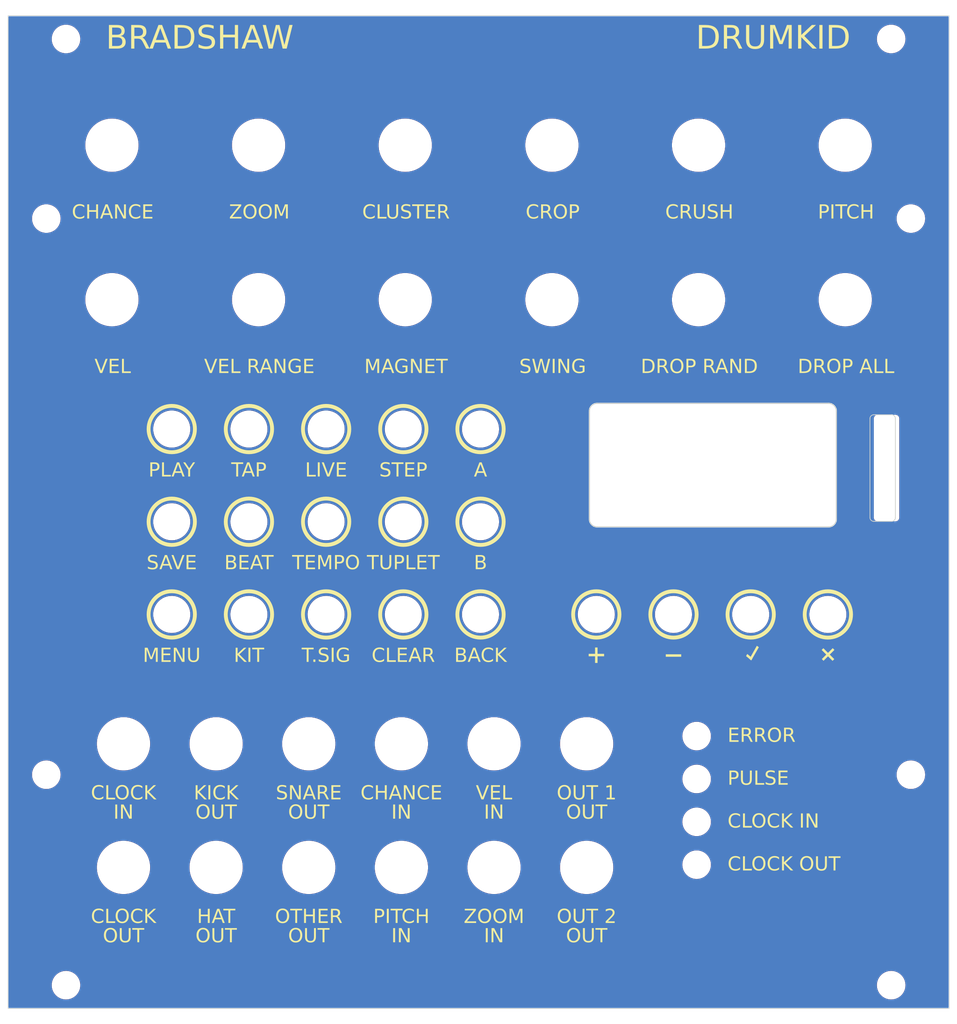
<source format=kicad_pcb>
(kicad_pcb (version 20221018) (generator pcbnew)
  (layers (0 "F.Cu" signal) (31 "B.Cu" signal) (34 "B.Paste" user) (35 "F.Paste" user) (36 "B.SilkS" user "B.Silkscreen") (37 "F.SilkS" user "F.Silkscreen") (38 "B.Mask" user) (39 "F.Mask" user) (44 "Edge.Cuts" user))
  (net 0 "")
  (footprint "Panel:Button_Hole" (layer "F.Cu") (at 105.25 99.25)
    (fp_text reference "H37")
    (fp_text value "-")
    (fp_circle (center 0 0) (end 3 0) (stroke (width 0.5)) (fill none) (layer "F.SilkS"))
    (pad "" np_thru_hole circle (at 0 0) (size 4.3 4.3) (drill 4.3) (layers "*.Cu" "*.Mask"))
  )
  (footprint "Panel:MountingHole_3.2mm_M3" (layer "F.Cu") (at 133.45 147.25)
    (fp_text reference "H4")
    (fp_text value "RAIL")
    (pad "" np_thru_hole circle (at 0 0) (size 3.2 3.2) (drill 3.2) (layers "*.Cu" "*.Mask"))
  )
  (footprint "Panel:Output_Jack_Hole" (layer "F.Cu") (at 94 116)
    (fp_text reference "H14")
    (fp_text value "OUT 1")
    (fp_text user "${VALUE}" (at 0 7.5 unlocked) (layer "F.SilkS") (effects (font (size 1.8 1.8)) (justify bottom)))
    (fp_text user "OUT" (at 0 10 unlocked) (layer "F.SilkS") (effects (font (size 1.8 1.8)) (justify bottom)))
    (pad "" np_thru_hole circle (at 0 0) (size 6.4 6.4) (drill 6.4) (layers "*.Cu" "*.Mask"))
  )
  (footprint "Panel:Button_Hole" (layer "F.Cu") (at 80.25 99.25)
    (fp_text reference "H35")
    (fp_text value "BACK")
    (fp_text user "${VALUE}" (at 0 6.45 unlocked) (layer "F.SilkS") (effects (font (size 1.8 1.8)) (justify bottom)))
    (fp_circle (center 0 0) (end 3 0) (stroke (width 0.5)) (fill none) (layer "F.SilkS"))
    (pad "" np_thru_hole circle (at 0 0) (size 4.3 4.3) (drill 4.3) (layers "*.Cu" "*.Mask"))
  )
  (footprint "Panel:Pot_Hole" (layer "F.Cu") (at 127.5 38.5)
    (fp_text reference "H45")
    (fp_text value "PITCH")
    (fp_text user "${VALUE}" (at 0.1 9.8 unlocked) (layer "F.SilkS") (effects (font (size 1.8 1.8)) (justify bottom)))
    (pad "" np_thru_hole circle (at 0 0) (size 6.4 6.4) (drill 6.4) (layers "*.Cu" "*.Mask"))
  )
  (footprint "Panel:Pot_Hole" (layer "F.Cu") (at 51.5 38.5)
    (fp_text reference "H41")
    (fp_text value "ZOOM")
    (fp_text user "${VALUE}" (at 0.1 9.8 unlocked) (layer "F.SilkS") (effects (font (size 1.8 1.8)) (justify bottom)))
    (pad "" np_thru_hole circle (at 0 0) (size 6.4 6.4) (drill 6.4) (layers "*.Cu" "*.Mask"))
  )
  (footprint "Panel:Input_Jack_Hole" (layer "F.Cu") (at 70 116)
    (fp_text reference "H12")
    (fp_text value "CHANCE")
    (fp_text user "${VALUE}" (at 0 7.5 unlocked) (layer "F.SilkS") (effects (font (size 1.8 1.8)) (justify bottom)))
    (fp_text user "IN" (at 0 10 unlocked) (layer "F.SilkS") (effects (font (size 1.8 1.8)) (justify bottom)))
    (pad "" np_thru_hole circle (at 0 0) (size 6.4 6.4) (drill 6.4) (layers "*.Cu" "*.Mask"))
  )
  (footprint "Panel:Output_Jack_Hole" (layer "F.Cu") (at 94 132)
    (fp_text reference "H20")
    (fp_text value "OUT 2")
    (fp_text user "${VALUE}" (at 0 7.5 unlocked) (layer "F.SilkS") (effects (font (size 1.8 1.8)) (justify bottom)))
    (fp_text user "OUT" (at 0 10 unlocked) (layer "F.SilkS") (effects (font (size 1.8 1.8)) (justify bottom)))
    (pad "" np_thru_hole circle (at 0 0) (size 6.4 6.4) (drill 6.4) (layers "*.Cu" "*.Mask"))
  )
  (footprint "Panel:Output_Jack_Hole" (layer "F.Cu") (at 46 132)
    (fp_text reference "H16")
    (fp_text value "HAT")
    (fp_text user "OUT" (at 0 10 unlocked) (layer "F.SilkS") (effects (font (size 1.8 1.8)) (justify bottom)))
    (fp_text user "${VALUE}" (at 0 7.5 unlocked) (layer "F.SilkS") (effects (font (size 1.8 1.8)) (justify bottom)))
    (pad "" np_thru_hole circle (at 0 0) (size 6.4 6.4) (drill 6.4) (layers "*.Cu" "*.Mask"))
  )
  (footprint "Panel:Button_Hole" (layer "F.Cu") (at 60.25 75.25)
    (fp_text reference "H23")
    (fp_text value "LIVE")
    (fp_text user "${VALUE}" (at 0 6.45 unlocked) (layer "F.SilkS") (effects (font (size 1.8 1.8)) (justify bottom)))
    (fp_circle (center 0 0) (end 3 0) (stroke (width 0.5)) (fill none) (layer "F.SilkS"))
    (pad "" np_thru_hole circle (at 0 0) (size 4.3 4.3) (drill 4.3) (layers "*.Cu" "*.Mask"))
  )
  (footprint "Panel:MountingHole_3.2mm_M3" (layer "F.Cu") (at 136 48)
    (fp_text reference "H6")
    (fp_text value "STANDOFF")
    (pad "" np_thru_hole circle (at 0 0) (size 3.2 3.2) (drill 3.2) (layers "*.Cu" "*.Mask"))
  )
  (footprint "Panel:Input_Jack_Hole" (layer "F.Cu") (at 70 132)
    (fp_text reference "H18")
    (fp_text value "PITCH")
    (fp_text user "IN" (at 0 10 unlocked) (layer "F.SilkS") (effects (font (size 1.8 1.8)) (justify bottom)))
    (fp_text user "${VALUE}" (at 0 7.5 unlocked) (layer "F.SilkS") (effects (font (size 1.8 1.8)) (justify bottom)))
    (pad "" np_thru_hole circle (at 0 0) (size 6.4 6.4) (drill 6.4) (layers "*.Cu" "*.Mask"))
  )
  (footprint "Panel:Pot_Hole" (layer "F.Cu") (at 70.5 38.5)
    (fp_text reference "H42")
    (fp_text value "CLUSTER")
    (fp_text user "${VALUE}" (at 0.1 9.8 unlocked) (layer "F.SilkS") (effects (font (size 1.8 1.8)) (justify bottom)))
    (pad "" np_thru_hole circle (at 0 0) (size 6.4 6.4) (drill 6.4) (layers "*.Cu" "*.Mask"))
  )
  (footprint "Panel:LED_Hole" (layer "F.Cu") (at 108.25 126.1)
    (fp_text reference "H54")
    (fp_text value "CLOCK IN")
    (fp_text user "${VALUE}" (at 4 0 unlocked) (layer "F.SilkS") (effects (font (size 1.8 1.8)) (justify left)))
    (pad "" np_thru_hole circle (at 0 0) (size 3.2 3.2) (drill 3.2) (layers "*.Cu" "*.Mask"))
  )
  (footprint "Panel:LED_Hole" (layer "F.Cu") (at 108.25 115)
    (fp_text reference "H52")
    (fp_text value "ERROR")
    (fp_text user "${VALUE}" (at 4 0 unlocked) (layer "F.SilkS") (effects (font (size 1.8 1.8)) (justify left)))
    (pad "" np_thru_hole circle (at 0 0) (size 3.2 3.2) (drill 3.2) (layers "*.Cu" "*.Mask"))
  )
  (footprint "Panel:Input_Jack_Hole" (layer "F.Cu") (at 34 116)
    (fp_text reference "H9")
    (fp_text value "CLOCK")
    (fp_text user "IN" (at 0 10 unlocked) (layer "F.SilkS") (effects (font (size 1.8 1.8)) (justify bottom)))
    (fp_text user "${VALUE}" (at 0 7.5 unlocked) (layer "F.SilkS") (effects (font (size 1.8 1.8)) (justify bottom)))
    (pad "" np_thru_hole circle (at 0 0) (size 6.4 6.4) (drill 6.4) (layers "*.Cu" "*.Mask"))
  )
  (footprint "Panel:Button_Hole" (layer "F.Cu") (at 125.25 99.25)
    (fp_text reference "H39")
    (fp_text value "X")
    (fp_circle (center 0 0) (end 3 0) (stroke (width 0.5)) (fill none) (layer "F.SilkS"))
    (pad "" np_thru_hole circle (at 0 0) (size 4.3 4.3) (drill 4.3) (layers "*.Cu" "*.Mask"))
  )
  (footprint "Panel:Output_Jack_Hole" (layer "F.Cu") (at 58 132)
    (fp_text reference "H17")
    (fp_text value "OTHER")
    (fp_text user "${VALUE}" (at 0 7.5 unlocked) (layer "F.SilkS") (effects (font (size 1.8 1.8)) (justify bottom)))
    (fp_text user "OUT" (at 0 10 unlocked) (layer "F.SilkS") (effects (font (size 1.8 1.8)) (justify bottom)))
    (pad "" np_thru_hole circle (at 0 0) (size 6.4 6.4) (drill 6.4) (layers "*.Cu" "*.Mask"))
  )
  (footprint "Panel:Pot_Hole" (layer "F.Cu") (at 32.5 58.5)
    (fp_text reference "H46")
    (fp_text value "VEL")
    (fp_text user "${VALUE}" (at 0.1 9.8 unlocked) (layer "F.SilkS") (effects (font (size 1.8 1.8)) (justify bottom)))
    (pad "" np_thru_hole circle (at 0 0) (size 6.4 6.4) (drill 6.4) (layers "*.Cu" "*.Mask"))
  )
  (footprint "Panel:Pot_Hole" (layer "F.Cu") (at 51.5 58.5)
    (fp_text reference "H47")
    (fp_text value "VEL RANGE")
    (fp_text user "${VALUE}" (at 0.1 9.8 unlocked) (layer "F.SilkS") (effects (font (size 1.8 1.8)) (justify bottom)))
    (pad "" np_thru_hole circle (at 0 0) (size 6.4 6.4) (drill 6.4) (layers "*.Cu" "*.Mask"))
  )
  (footprint "Panel:MountingHole_3.2mm_M3" (layer "F.Cu") (at 26.55 147.25)
    (fp_text reference "H3")
    (fp_text value "RAIL")
    (pad "" np_thru_hole circle (at 0 0) (size 3.2 3.2) (drill 3.2) (layers "*.Cu" "*.Mask"))
  )
  (footprint "Panel:Output_Jack_Hole" (layer "F.Cu") (at 58 116)
    (fp_text reference "H11")
    (fp_text value "SNARE")
    (fp_text user "${VALUE}" (at 0 7.5 unlocked) (layer "F.SilkS") (effects (font (size 1.8 1.8)) (justify bottom)))
    (fp_text user "OUT" (at 0 10 unlocked) (layer "F.SilkS") (effects (font (size 1.8 1.8)) (justify bottom)))
    (pad "" np_thru_hole circle (at 0 0) (size 6.4 6.4) (drill 6.4) (layers "*.Cu" "*.Mask"))
  )
  (footprint "Panel:Button_Hole" (layer "F.Cu") (at 115.25 99.25)
    (fp_text reference "H38")
    (fp_text value "YES")
    (fp_circle (center 0 0) (end 3 0) (stroke (width 0.5)) (fill none) (layer "F.SilkS"))
    (pad "" np_thru_hole circle (at 0 0) (size 4.3 4.3) (drill 4.3) (layers "*.Cu" "*.Mask"))
  )
  (footprint "Panel:Button_Hole" (layer "F.Cu") (at 60.25 99.25)
    (fp_text reference "H33")
    (fp_text value "T.SIG")
    (fp_text user "${VALUE}" (at 0 6.45 unlocked) (layer "F.SilkS") (effects (font (size 1.8 1.8)) (justify bottom)))
    (fp_circle (center 0 0) (end 3 0) (stroke (width 0.5)) (fill none) (layer "F.SilkS"))
    (pad "" np_thru_hole circle (at 0 0) (size 4.3 4.3) (drill 4.3) (layers "*.Cu" "*.Mask"))
  )
  (footprint "Panel:Input_Jack_Hole" (layer "F.Cu") (at 82 132)
    (fp_text reference "H19")
    (fp_text value "ZOOM")
    (fp_text user "IN" (at 0 10 unlocked) (layer "F.SilkS") (effects (font (size 1.8 1.8)) (justify bottom)))
    (fp_text user "${VALUE}" (at 0 7.5 unlocked) (layer "F.SilkS") (effects (font (size 1.8 1.8)) (justify bottom)))
    (pad "" np_thru_hole circle (at 0 0) (size 6.4 6.4) (drill 6.4) (layers "*.Cu" "*.Mask"))
  )
  (footprint "Panel:Button_Hole" (layer "F.Cu") (at 40.25 99.25)
    (fp_text reference "H31")
    (fp_text value "MENU")
    (fp_text user "${VALUE}" (at 0 6.45 unlocked) (layer "F.SilkS") (effects (font (size 1.8 1.8)) (justify bottom)))
    (fp_circle (center 0 0) (end 3 0) (stroke (width 0.5)) (fill none) (layer "F.SilkS"))
    (pad "" np_thru_hole circle (at 0 0) (size 4.3 4.3) (drill 4.3) (layers "*.Cu" "*.Mask"))
  )
  (footprint "Panel:MountingHole_3.2mm_M3" (layer "F.Cu") (at 24 48)
    (fp_text reference "H5")
    (fp_text value "STANDOFF")
    (pad "" np_thru_hole circle (at 0 0) (size 3.2 3.2) (drill 3.2) (layers "*.Cu" "*.Mask"))
  )
  (footprint "Panel:Output_Jack_Hole" (layer "F.Cu") (at 34 132)
    (fp_text reference "H15")
    (fp_text value "CLOCK")
    (fp_text user "OUT" (at 0 10 unlocked) (layer "F.SilkS") (effects (font (size 1.8 1.8)) (justify bottom)))
    (fp_text user "${VALUE}" (at 0 7.5 unlocked) (layer "F.SilkS") (effects (font (size 1.8 1.8)) (justify bottom)))
    (pad "" np_thru_hole circle (at 0 0) (size 6.4 6.4) (drill 6.4) (layers "*.Cu" "*.Mask"))
  )
  (footprint "Panel:Button_Hole" (layer "F.Cu") (at 70.25 75.25)
    (fp_text reference "H24")
    (fp_text value "STEP")
    (fp_text user "${VALUE}" (at 0 6.45 unlocked) (layer "F.SilkS") (effects (font (size 1.8 1.8)) (justify bottom)))
    (fp_circle (center 0 0) (end 3 0) (stroke (width 0.5)) (fill none) (layer "F.SilkS"))
    (pad "" np_thru_hole circle (at 0 0) (size 4.3 4.3) (drill 4.3) (layers "*.Cu" "*.Mask"))
  )
  (footprint "Panel:Pot_Hole" (layer "F.Cu") (at 70.5 58.5)
    (fp_text reference "H48")
    (fp_text value "MAGNET")
    (fp_text user "${VALUE}" (at 0.1 9.8 unlocked) (layer "F.SilkS") (effects (font (size 1.8 1.8)) (justify bottom)))
    (pad "" np_thru_hole circle (at 0 0) (size 6.4 6.4) (drill 6.4) (layers "*.Cu" "*.Mask"))
  )
  (footprint "Panel:Pot_Hole" (layer "F.Cu") (at 32.5 38.5)
    (fp_text reference "H40")
    (fp_text value "CHANCE")
    (fp_text user "${VALUE}" (at 0.1 9.8 unlocked) (layer "F.SilkS") (effects (font (size 1.8 1.8)) (justify bottom)))
    (pad "" np_thru_hole circle (at 0 0) (size 6.4 6.4) (drill 6.4) (layers "*.Cu" "*.Mask"))
  )
  (footprint "Panel:MountingHole_3.2mm_M3" (layer "F.Cu") (at 24 120)
    (fp_text reference "H7")
    (fp_text value "STANDOFF")
    (pad "" np_thru_hole circle (at 0 0) (size 3.2 3.2) (drill 3.2) (layers "*.Cu" "*.Mask"))
  )
  (footprint "Panel:Button_Hole" (layer "F.Cu") (at 70.25 99.25)
    (fp_text reference "H34")
    (fp_text value "CLEAR")
    (fp_text user "${VALUE}" (at 0 6.45 unlocked) (layer "F.SilkS") (effects (font (size 1.8 1.8)) (justify bottom)))
    (fp_circle (center 0 0) (end 3 0) (stroke (width 0.5)) (fill none) (layer "F.SilkS"))
    (pad "" np_thru_hole circle (at 0 0) (size 4.3 4.3) (drill 4.3) (layers "*.Cu" "*.Mask"))
  )
  (footprint "Panel:Button_Hole" (layer "F.Cu") (at 60.25 87.25)
    (fp_text reference "H28")
    (fp_text value "TEMPO")
    (fp_text user "${VALUE}" (at 0 6.45 unlocked) (layer "F.SilkS") (effects (font (size 1.8 1.8)) (justify bottom)))
    (fp_circle (center 0 0) (end 3 0) (stroke (width 0.5)) (fill none) (layer "F.SilkS"))
    (pad "" np_thru_hole circle (at 0 0) (size 4.3 4.3) (drill 4.3) (layers "*.Cu" "*.Mask"))
  )
  (footprint "Panel:MountingHole_3.2mm_M3" (layer "F.Cu") (at 133.45 24.75)
    (fp_text reference "H2")
    (fp_text value "RAIL")
    (pad "" np_thru_hole circle (at 0 0) (size 3.2 3.2) (drill 3.2) (layers "*.Cu" "*.Mask"))
  )
  (footprint "Panel:Pot_Hole" (layer "F.Cu") (at 127.5 58.5)
    (fp_text reference "H51")
    (fp_text value "DROP ALL")
    (fp_text user "${VALUE}" (at 0.1 9.8 unlocked) (layer "F.SilkS") (effects (font (size 1.8 1.8)) (justify bottom)))
    (pad "" np_thru_hole circle (at 0 0) (size 6.4 6.4) (drill 6.4) (layers "*.Cu" "*.Mask"))
  )
  (footprint "Panel:Button_Hole" (layer "F.Cu") (at 50.25 87.25)
    (fp_text reference "H27")
    (fp_text value "BEAT")
    (fp_text user "${VALUE}" (at 0 6.45 unlocked) (layer "F.SilkS") (effects (font (size 1.8 1.8)) (justify bottom)))
    (fp_circle (center 0 0) (end 3 0) (stroke (width 0.5)) (fill none) (layer "F.SilkS"))
    (pad "" np_thru_hole circle (at 0 0) (size 4.3 4.3) (drill 4.3) (layers "*.Cu" "*.Mask"))
  )
  (footprint "Panel:Pot_Hole" (layer "F.Cu") (at 89.5 38.5)
    (fp_text reference "H43")
    (fp_text value "CROP")
    (fp_text user "${VALUE}" (at 0.1 9.8 unlocked) (layer "F.SilkS") (effects (font (size 1.8 1.8)) (justify bottom)))
    (pad "" np_thru_hole circle (at 0 0) (size 6.4 6.4) (drill 6.4) (layers "*.Cu" "*.Mask"))
  )
  (footprint "Panel:Pot_Hole" (layer "F.Cu") (at 108.5 58.5)
    (fp_text reference "H50")
    (fp_text value "DROP RAND")
    (fp_text user "${VALUE}" (at 0.1 9.8 unlocked) (layer "F.SilkS") (effects (font (size 1.8 1.8)) (justify bottom)))
    (pad "" np_thru_hole circle (at 0 0) (size 6.4 6.4) (drill 6.4) (layers "*.Cu" "*.Mask"))
  )
  (footprint "Panel:Button_Hole" (layer "F.Cu") (at 80.25 75.25)
    (fp_text reference "H25")
    (fp_text value "A")
    (fp_text user "${VALUE}" (at 0 6.45 unlocked) (layer "F.SilkS") (effects (font (size 1.8 1.8)) (justify bottom)))
    (fp_circle (center 0 0) (end 3 0) (stroke (width 0.5)) (fill none) (layer "F.SilkS"))
    (pad "" np_thru_hole circle (at 0 0) (size 4.3 4.3) (drill 4.3) (layers "*.Cu" "*.Mask"))
  )
  (footprint "Panel:LED_Hole" (layer "F.Cu") (at 108.25 120.55)
    (fp_text reference "H53")
    (fp_text value "PULSE")
    (fp_text user "${VALUE}" (at 4 0 unlocked) (layer "F.SilkS") (effects (font (size 1.8 1.8)) (justify left)))
    (pad "" np_thru_hole circle (at 0 0) (size 3.2 3.2) (drill 3.2) (layers "*.Cu" "*.Mask"))
  )
  (footprint "Panel:MountingHole_3.2mm_M3" (layer "F.Cu") (at 136 120)
    (fp_text reference "H8")
    (fp_text value "STANDOFF")
    (pad "" np_thru_hole circle (at 0 0) (size 3.2 3.2) (drill 3.2) (layers "*.Cu" "*.Mask"))
  )
  (footprint "Panel:Output_Jack_Hole" (layer "F.Cu") (at 46 116)
    (fp_text reference "H10")
    (fp_text value "KICK")
    (fp_text user "${VALUE}" (at 0 7.5 unlocked) (layer "F.SilkS") (effects (font (size 1.8 1.8)) (justify bottom)))
    (fp_text user "OUT" (at 0 10 unlocked) (layer "F.SilkS") (effects (font (size 1.8 1.8)) (justify bottom)))
    (pad "" np_thru_hole circle (at 0 0) (size 6.4 6.4) (drill 6.4) (layers "*.Cu" "*.Mask"))
  )
  (footprint "Panel:Button_Hole" (layer "F.Cu") (at 50.25 99.25)
    (fp_text reference "H32")
    (fp_text value "KIT")
    (fp_text user "${VALUE}" (at 0 6.45 unlocked) (layer "F.SilkS") (effects (font (size 1.8 1.8)) (justify bottom)))
    (fp_circle (center 0 0) (end 3 0) (stroke (width 0.5)) (fill none) (layer "F.SilkS"))
    (pad "" np_thru_hole circle (at 0 0) (size 4.3 4.3) (drill 4.3) (layers "*.Cu" "*.Mask"))
  )
  (footprint "Panel:Button_Hole" (layer "F.Cu") (at 40.25 87.25)
    (fp_text reference "H26")
    (fp_text value "SAVE")
    (fp_text user "${VALUE}" (at 0 6.45 unlocked) (layer "F.SilkS") (effects (font (size 1.8 1.8)) (justify bottom)))
    (fp_circle (center 0 0) (end 3 0) (stroke (width 0.5)) (fill none) (layer "F.SilkS"))
    (pad "" np_thru_hole circle (at 0 0) (size 4.3 4.3) (drill 4.3) (layers "*.Cu" "*.Mask"))
  )
  (footprint "Panel:Input_Jack_Hole" (layer "F.Cu") (at 82 116)
    (fp_text reference "H13")
    (fp_text value "VEL")
    (fp_text user "IN" (at 0 10 unlocked) (layer "F.SilkS") (effects (font (size 1.8 1.8)) (justify bottom)))
    (fp_text user "${VALUE}" (at 0 7.5 unlocked) (layer "F.SilkS") (effects (font (size 1.8 1.8)) (justify bottom)))
    (pad "" np_thru_hole circle (at 0 0) (size 6.4 6.4) (drill 6.4) (layers "*.Cu" "*.Mask"))
  )
  (footprint "Panel:Button_Hole" (layer "F.Cu") (at 40.25 75.25)
    (fp_text reference "H21")
    (fp_text value "PLAY")
    (fp_text user "${VALUE}" (at 0 6.45 unlocked) (layer "F.SilkS") (effects (font (size 1.8 1.8)) (justify bottom)))
    (fp_circle (center 0 0) (end 3 0) (stroke (width 0.5)) (fill none) (layer "F.SilkS"))
    (pad "" np_thru_hole circle (at 0 0) (size 4.3 4.3) (drill 4.3) (layers "*.Cu" "*.Mask"))
  )
  (footprint "Panel:Button_Hole" (layer "F.Cu") (at 80.25 87.25)
    (fp_text reference "H30")
    (fp_text value "B")
    (fp_text user "${VALUE}" (at 0 6.45 unlocked) (layer "F.SilkS") (effects (font (size 1.8 1.8)) (justify bottom)))
    (fp_circle (center 0 0) (end 3 0) (stroke (width 0.5)) (fill none) (layer "F.SilkS"))
    (pad "" np_thru_hole circle (at 0 0) (size 4.3 4.3) (drill 4.3) (layers "*.Cu" "*.Mask"))
  )
  (footprint "Panel:MountingHole_3.2mm_M3" (layer "F.Cu") (at 26.55 24.75)
    (fp_text reference "H1")
    (fp_text value "RAIL")
    (pad "" np_thru_hole circle (at 0 0) (size 3.2 3.2) (drill 3.2) (layers "*.Cu" "*.Mask"))
  )
  (footprint "Panel:Button_Hole" (layer "F.Cu") (at 50.25 75.25)
    (fp_text reference "H22")
    (fp_text value "TAP")
    (fp_text user "${VALUE}" (at 0 6.45 unlocked) (layer "F.SilkS") (effects (font (size 1.8 1.8)) (justify bottom)))
    (fp_circle (center 0 0) (end 3 0) (stroke (width 0.5)) (fill none) (layer "F.SilkS"))
    (pad "" np_thru_hole circle (at 0 0) (size 4.3 4.3) (drill 4.3) (layers "*.Cu" "*.Mask"))
  )
  (footprint "Panel:LED_Hole" (layer "F.Cu") (at 108.25 131.65)
    (fp_text reference "H55")
    (fp_text value "CLOCK OUT")
    (fp_text user "${VALUE}" (at 4 0 unlocked) (layer "F.SilkS") (effects (font (size 1.8 1.8)) (justify left)))
    (pad "" np_thru_hole circle (at 0 0) (size 3.2 3.2) (drill 3.2) (layers "*.Cu" "*.Mask"))
  )
  (footprint "Panel:Button_Hole" (layer "F.Cu") (at 95.25 99.25)
    (fp_text reference "H36")
    (fp_text value "+")
    (fp_circle (center 0 0) (end 3 0) (stroke (width 0.5)) (fill none) (layer "F.SilkS"))
    (pad "" np_thru_hole circle (at 0 0) (size 4.3 4.3) (drill 4.3) (layers "*.Cu" "*.Mask"))
  )
  (footprint "Panel:Pot_Hole" (layer "F.Cu") (at 89.5 58.5)
    (fp_text reference "H49")
    (fp_text value "SWING")
    (fp_text user "${VALUE}" (at 0.1 9.8 unlocked) (layer "F.SilkS") (effects (font (size 1.8 1.8)) (justify bottom)))
    (pad "" np_thru_hole circle (at 0 0) (size 6.4 6.4) (drill 6.4) (layers "*.Cu" "*.Mask"))
  )
  (footprint "Panel:Pot_Hole" (layer "F.Cu") (at 108.5 38.5)
    (fp_text reference "H44")
    (fp_text value "CRUSH")
    (fp_text user "${VALUE}" (at 0.1 9.8 unlocked) (layer "F.SilkS") (effects (font (size 1.8 1.8)) (justify bottom)))
    (pad "" np_thru_hole circle (at 0 0) (size 6.4 6.4) (drill 6.4) (layers "*.Cu" "*.Mask"))
  )
  (footprint "Panel:Button_Hole" (layer "F.Cu") (at 70.25 87.25)
    (fp_text reference "H29")
    (fp_text value "TUPLET")
    (fp_text user "${VALUE}" (at 0 6.45 unlocked) (layer "F.SilkS") (effects (font (size 1.8 1.8)) (justify bottom)))
    (fp_circle (center 0 0) (end 3 0) (stroke (width 0.5)) (fill none) (layer "F.SilkS"))
    (pad "" np_thru_hole circle (at 0 0) (size 4.3 4.3) (drill 4.3) (layers "*.Cu" "*.Mask"))
  )
  (gr_rect (start 104.25 104.41) (end 106.25 104.73) (fill solid) (layer "F.SilkS"))
  (gr_poly (pts (xy 115.321126 105.203359) (xy 114.649074 104.643357) (xy 114.809076 104.36623) (xy 115.481125 104.926232)) (fill solid) (layer "F.SilkS"))
  (gr_poly (pts (xy 124.687147 105.255428) (xy 124.460873 105.029154) (xy 125.875088 103.61494) (xy 126.10136 103.841214)) (fill solid) (layer "F.SilkS"))
  (gr_rect (start 94.26 104.67) (end 96.26 104.35) (fill solid) (layer "F.SilkS"))
  (gr_poly (pts (xy 115.09 105.01) (xy 116.045841 103.307397) (xy 116.31 103.49) (xy 115.322967 105.199447)) (fill solid) (layer "F.SilkS"))
  (gr_rect (start 95.09 103.53) (end 95.41 105.53) (fill solid) (layer "F.SilkS"))
  (gr_poly (pts (xy 125.853873 105.2625) (xy 124.43966 103.848286) (xy 124.665935 103.622012) (xy 126.080149 105.036226)) (fill solid) (layer "F.SilkS"))
  (gr_line (start 94.35 86.919998) (end 94.35 72.919998) (stroke (width 0.15)) (layer "Edge.Cuts"))
  (gr_arc (start 134 86.7) (mid 133.853553 87.053553) (end 133.5 87.2) (stroke (width 0.1)) (layer "Edge.Cuts"))
  (gr_arc (start 130.7 73.9) (mid 130.846447 73.546447) (end 131.2 73.4) (stroke (width 0.1)) (layer "Edge.Cuts"))
  (gr_line (start 125.35 87.919998) (end 95.35 87.919998) (stroke (width 0.15)) (layer "Edge.Cuts"))
  (gr_line (start 134 73.9) (end 134 86.7) (stroke (width 0.1)) (layer "Edge.Cuts"))
  (gr_arc (start 95.35 87.919998) (mid 94.642894 87.627105) (end 94.35 86.919998) (stroke (width 0.15)) (layer "Edge.Cuts"))
  (gr_line (start 131.2 73.4) (end 133.5 73.4) (stroke (width 0.1)) (layer "Edge.Cuts"))
  (gr_line (start 126.35 72.919998) (end 126.35 86.919998) (stroke (width 0.15)) (layer "Edge.Cuts"))
  (gr_arc (start 126.35 86.919998) (mid 126.057107 87.627104) (end 125.35 87.919998) (stroke (width 0.15)) (layer "Edge.Cuts"))
  (gr_arc (start 125.35 71.919998) (mid 126.057106 72.212891) (end 126.35 72.919998) (stroke (width 0.15)) (layer "Edge.Cuts"))
  (gr_line (start 95.35 71.919998) (end 125.35 71.919998) (stroke (width 0.15)) (layer "Edge.Cuts"))
  (gr_arc (start 133.5 73.4) (mid 133.853553 73.546447) (end 134 73.9) (stroke (width 0.1)) (layer "Edge.Cuts"))
  (gr_line (start 130.7 86.7) (end 130.7 73.9) (stroke (width 0.1)) (layer "Edge.Cuts"))
  (gr_line (start 133.5 87.2) (end 131.2 87.2) (stroke (width 0.1)) (layer "Edge.Cuts"))
  (gr_arc (start 94.35 72.919998) (mid 94.642893 72.212892) (end 95.35 71.919998) (stroke (width 0.15)) (layer "Edge.Cuts"))
  (gr_rect (start 19.05 21.75) (end 140.95 150.25) (stroke (width 0.1)) (fill none) (layer "Edge.Cuts"))
  (gr_arc (start 131.2 87.2) (mid 130.846447 87.053553) (end 130.7 86.7) (stroke (width 0.1)) (layer "Edge.Cuts"))
  (gr_text "DRUMKID" (at 128.2 24.75) (layer "F.SilkS") (effects (font (size 3 3) (thickness 0.1875)) (justify right)))
  (gr_text "BRADSHAW" (at 31.7 24.75) (layer "F.SilkS") (effects (font (size 3 3) (thickness 0.1875)) (justify left)))
  (zone (net 0) (net_name "") (layers "F&B.Cu") (connect_pads (clearance 0.5)) (min_thickness 0.25) (fill yes (thermal_gap 0.5) (thermal_bridge_width 0.5) (island_removal_mode 1) (island_area_min 10))
    (polygon (pts (xy 142 21) (xy 142 151) (xy 18 151) (xy 18 21)))
  )
)
</source>
